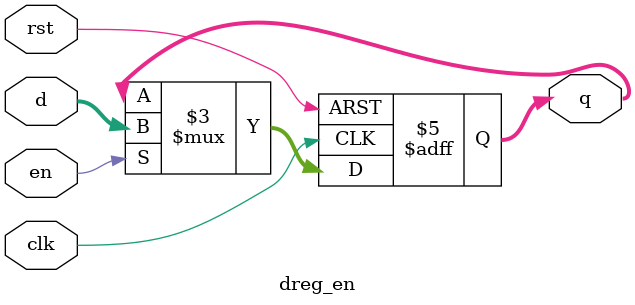
<source format=v>
`timescale 1ns / 1ps


module dreg_en # (parameter WIDTH = 32) (
        input  wire             clk,
        input  wire             rst,
        input  wire             en,
        input  wire [WIDTH-1:0] d,
        output reg  [WIDTH-1:0] q
    );

    always @ (posedge clk, posedge rst) begin
        if (rst) q <= 0;
        else if (en)    q <= d;
        else q <= q;
    end
endmodule

</source>
